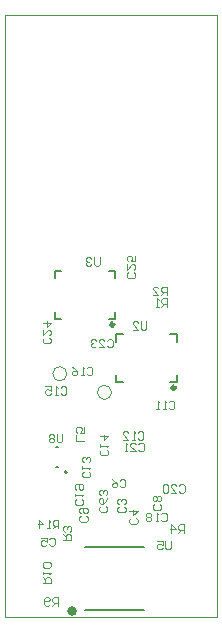
<source format=gbo>
%FSLAX44Y44*%
%MOMM*%
G71*
G01*
G75*
G04 Layer_Color=32896*
G04:AMPARAMS|DCode=10|XSize=0.6mm|YSize=0.5mm|CornerRadius=0.05mm|HoleSize=0mm|Usage=FLASHONLY|Rotation=270.000|XOffset=0mm|YOffset=0mm|HoleType=Round|Shape=RoundedRectangle|*
%AMROUNDEDRECTD10*
21,1,0.6000,0.4000,0,0,270.0*
21,1,0.5000,0.5000,0,0,270.0*
1,1,0.1000,-0.2000,-0.2500*
1,1,0.1000,-0.2000,0.2500*
1,1,0.1000,0.2000,0.2500*
1,1,0.1000,0.2000,-0.2500*
%
%ADD10ROUNDEDRECTD10*%
G04:AMPARAMS|DCode=11|XSize=0.4mm|YSize=0.37mm|CornerRadius=0.037mm|HoleSize=0mm|Usage=FLASHONLY|Rotation=90.000|XOffset=0mm|YOffset=0mm|HoleType=Round|Shape=RoundedRectangle|*
%AMROUNDEDRECTD11*
21,1,0.4000,0.2960,0,0,90.0*
21,1,0.3260,0.3700,0,0,90.0*
1,1,0.0740,0.1480,0.1630*
1,1,0.0740,0.1480,-0.1630*
1,1,0.0740,-0.1480,-0.1630*
1,1,0.0740,-0.1480,0.1630*
%
%ADD11ROUNDEDRECTD11*%
%ADD12R,0.5400X0.7400*%
%ADD13R,0.7400X0.5400*%
G04:AMPARAMS|DCode=14|XSize=0.8mm|YSize=0.8mm|CornerRadius=0.12mm|HoleSize=0mm|Usage=FLASHONLY|Rotation=0.000|XOffset=0mm|YOffset=0mm|HoleType=Round|Shape=RoundedRectangle|*
%AMROUNDEDRECTD14*
21,1,0.8000,0.5600,0,0,0.0*
21,1,0.5600,0.8000,0,0,0.0*
1,1,0.2400,0.2800,-0.2800*
1,1,0.2400,-0.2800,-0.2800*
1,1,0.2400,-0.2800,0.2800*
1,1,0.2400,0.2800,0.2800*
%
%ADD14ROUNDEDRECTD14*%
%ADD15C,0.3500*%
%ADD16O,1.4000X0.6000*%
G04:AMPARAMS|DCode=17|XSize=0.8mm|YSize=0.8mm|CornerRadius=0.12mm|HoleSize=0mm|Usage=FLASHONLY|Rotation=270.000|XOffset=0mm|YOffset=0mm|HoleType=Round|Shape=RoundedRectangle|*
%AMROUNDEDRECTD17*
21,1,0.8000,0.5600,0,0,270.0*
21,1,0.5600,0.8000,0,0,270.0*
1,1,0.2400,-0.2800,-0.2800*
1,1,0.2400,-0.2800,0.2800*
1,1,0.2400,0.2800,0.2800*
1,1,0.2400,0.2800,-0.2800*
%
%ADD17ROUNDEDRECTD17*%
G04:AMPARAMS|DCode=18|XSize=0.6mm|YSize=0.5mm|CornerRadius=0.05mm|HoleSize=0mm|Usage=FLASHONLY|Rotation=180.000|XOffset=0mm|YOffset=0mm|HoleType=Round|Shape=RoundedRectangle|*
%AMROUNDEDRECTD18*
21,1,0.6000,0.4000,0,0,180.0*
21,1,0.5000,0.5000,0,0,180.0*
1,1,0.1000,-0.2500,0.2000*
1,1,0.1000,0.2500,0.2000*
1,1,0.1000,0.2500,-0.2000*
1,1,0.1000,-0.2500,-0.2000*
%
%ADD18ROUNDEDRECTD18*%
%ADD19O,0.8000X1.4700*%
G04:AMPARAMS|DCode=20|XSize=0.95mm|YSize=0.85mm|CornerRadius=0.2125mm|HoleSize=0mm|Usage=FLASHONLY|Rotation=180.000|XOffset=0mm|YOffset=0mm|HoleType=Round|Shape=RoundedRectangle|*
%AMROUNDEDRECTD20*
21,1,0.9500,0.4250,0,0,180.0*
21,1,0.5250,0.8500,0,0,180.0*
1,1,0.4250,-0.2625,0.2125*
1,1,0.4250,0.2625,0.2125*
1,1,0.4250,0.2625,-0.2125*
1,1,0.4250,-0.2625,-0.2125*
%
%ADD20ROUNDEDRECTD20*%
G04:AMPARAMS|DCode=21|XSize=1mm|YSize=0.6mm|CornerRadius=0.15mm|HoleSize=0mm|Usage=FLASHONLY|Rotation=180.000|XOffset=0mm|YOffset=0mm|HoleType=Round|Shape=RoundedRectangle|*
%AMROUNDEDRECTD21*
21,1,1.0000,0.3000,0,0,180.0*
21,1,0.7000,0.6000,0,0,180.0*
1,1,0.3000,-0.3500,0.1500*
1,1,0.3000,0.3500,0.1500*
1,1,0.3000,0.3500,-0.1500*
1,1,0.3000,-0.3500,-0.1500*
%
%ADD21ROUNDEDRECTD21*%
G04:AMPARAMS|DCode=22|XSize=1.45mm|YSize=1.4mm|CornerRadius=0.35mm|HoleSize=0mm|Usage=FLASHONLY|Rotation=0.000|XOffset=0mm|YOffset=0mm|HoleType=Round|Shape=RoundedRectangle|*
%AMROUNDEDRECTD22*
21,1,1.4500,0.7000,0,0,0.0*
21,1,0.7500,1.4000,0,0,0.0*
1,1,0.7000,0.3750,-0.3500*
1,1,0.7000,-0.3750,-0.3500*
1,1,0.7000,-0.3750,0.3500*
1,1,0.7000,0.3750,0.3500*
%
%ADD22ROUNDEDRECTD22*%
G04:AMPARAMS|DCode=23|XSize=0.6mm|YSize=1.25mm|CornerRadius=0.15mm|HoleSize=0mm|Usage=FLASHONLY|Rotation=0.000|XOffset=0mm|YOffset=0mm|HoleType=Round|Shape=RoundedRectangle|*
%AMROUNDEDRECTD23*
21,1,0.6000,0.9500,0,0,0.0*
21,1,0.3000,1.2500,0,0,0.0*
1,1,0.3000,0.1500,-0.4750*
1,1,0.3000,-0.1500,-0.4750*
1,1,0.3000,-0.1500,0.4750*
1,1,0.3000,0.1500,0.4750*
%
%ADD23ROUNDEDRECTD23*%
G04:AMPARAMS|DCode=24|XSize=3.79mm|YSize=1.2mm|CornerRadius=0.3mm|HoleSize=0mm|Usage=FLASHONLY|Rotation=270.000|XOffset=0mm|YOffset=0mm|HoleType=Round|Shape=RoundedRectangle|*
%AMROUNDEDRECTD24*
21,1,3.7900,0.6000,0,0,270.0*
21,1,3.1900,1.2000,0,0,270.0*
1,1,0.6000,-0.3000,-1.5950*
1,1,0.6000,-0.3000,1.5950*
1,1,0.6000,0.3000,1.5950*
1,1,0.6000,0.3000,-1.5950*
%
%ADD24ROUNDEDRECTD24*%
G04:AMPARAMS|DCode=25|XSize=0.76mm|YSize=0.27mm|CornerRadius=0.027mm|HoleSize=0mm|Usage=FLASHONLY|Rotation=180.000|XOffset=0mm|YOffset=0mm|HoleType=Round|Shape=RoundedRectangle|*
%AMROUNDEDRECTD25*
21,1,0.7600,0.2160,0,0,180.0*
21,1,0.7060,0.2700,0,0,180.0*
1,1,0.0540,-0.3530,0.1080*
1,1,0.0540,0.3530,0.1080*
1,1,0.0540,0.3530,-0.1080*
1,1,0.0540,-0.3530,-0.1080*
%
%ADD25ROUNDEDRECTD25*%
G04:AMPARAMS|DCode=26|XSize=0.76mm|YSize=0.27mm|CornerRadius=0.027mm|HoleSize=0mm|Usage=FLASHONLY|Rotation=90.000|XOffset=0mm|YOffset=0mm|HoleType=Round|Shape=RoundedRectangle|*
%AMROUNDEDRECTD26*
21,1,0.7600,0.2160,0,0,90.0*
21,1,0.7060,0.2700,0,0,90.0*
1,1,0.0540,0.1080,0.3530*
1,1,0.0540,0.1080,-0.3530*
1,1,0.0540,-0.1080,-0.3530*
1,1,0.0540,-0.1080,0.3530*
%
%ADD26ROUNDEDRECTD26*%
G04:AMPARAMS|DCode=27|XSize=0.4mm|YSize=0.37mm|CornerRadius=0.037mm|HoleSize=0mm|Usage=FLASHONLY|Rotation=0.000|XOffset=0mm|YOffset=0mm|HoleType=Round|Shape=RoundedRectangle|*
%AMROUNDEDRECTD27*
21,1,0.4000,0.2960,0,0,0.0*
21,1,0.3260,0.3700,0,0,0.0*
1,1,0.0740,0.1630,-0.1480*
1,1,0.0740,-0.1630,-0.1480*
1,1,0.0740,-0.1630,0.1480*
1,1,0.0740,0.1630,0.1480*
%
%ADD27ROUNDEDRECTD27*%
%ADD28C,0.0750*%
%ADD29C,0.0751*%
%ADD30C,0.1000*%
%ADD31C,0.3000*%
%ADD32C,0.1500*%
%ADD33C,0.0100*%
%ADD34C,1.5000*%
%ADD35R,1.5000X1.5000*%
%ADD36R,1.5000X1.5000*%
%ADD37C,0.8000*%
G04:AMPARAMS|DCode=38|XSize=0.3mm|YSize=0.6mm|CornerRadius=0.0495mm|HoleSize=0mm|Usage=FLASHONLY|Rotation=270.000|XOffset=0mm|YOffset=0mm|HoleType=Round|Shape=RoundedRectangle|*
%AMROUNDEDRECTD38*
21,1,0.3000,0.5010,0,0,270.0*
21,1,0.2010,0.6000,0,0,270.0*
1,1,0.0990,-0.2505,-0.1005*
1,1,0.0990,-0.2505,0.1005*
1,1,0.0990,0.2505,0.1005*
1,1,0.0990,0.2505,-0.1005*
%
%ADD38ROUNDEDRECTD38*%
G04:AMPARAMS|DCode=39|XSize=0.3mm|YSize=0.6mm|CornerRadius=0.0495mm|HoleSize=0mm|Usage=FLASHONLY|Rotation=0.000|XOffset=0mm|YOffset=0mm|HoleType=Round|Shape=RoundedRectangle|*
%AMROUNDEDRECTD39*
21,1,0.3000,0.5010,0,0,0.0*
21,1,0.2010,0.6000,0,0,0.0*
1,1,0.0990,0.1005,-0.2505*
1,1,0.0990,-0.1005,-0.2505*
1,1,0.0990,-0.1005,0.2505*
1,1,0.0990,0.1005,0.2505*
%
%ADD39ROUNDEDRECTD39*%
%ADD40R,0.9000X2.2500*%
G04:AMPARAMS|DCode=41|XSize=1.38mm|YSize=1.05mm|CornerRadius=0.105mm|HoleSize=0mm|Usage=FLASHONLY|Rotation=0.000|XOffset=0mm|YOffset=0mm|HoleType=Round|Shape=RoundedRectangle|*
%AMROUNDEDRECTD41*
21,1,1.3800,0.8400,0,0,0.0*
21,1,1.1700,1.0500,0,0,0.0*
1,1,0.2100,0.5850,-0.4200*
1,1,0.2100,-0.5850,-0.4200*
1,1,0.2100,-0.5850,0.4200*
1,1,0.2100,0.5850,0.4200*
%
%ADD41ROUNDEDRECTD41*%
G04:AMPARAMS|DCode=42|XSize=1.38mm|YSize=1.05mm|CornerRadius=0.105mm|HoleSize=0mm|Usage=FLASHONLY|Rotation=270.000|XOffset=0mm|YOffset=0mm|HoleType=Round|Shape=RoundedRectangle|*
%AMROUNDEDRECTD42*
21,1,1.3800,0.8400,0,0,270.0*
21,1,1.1700,1.0500,0,0,270.0*
1,1,0.2100,-0.4200,-0.5850*
1,1,0.2100,-0.4200,0.5850*
1,1,0.2100,0.4200,0.5850*
1,1,0.2100,0.4200,-0.5850*
%
%ADD42ROUNDEDRECTD42*%
G04:AMPARAMS|DCode=43|XSize=0.9mm|YSize=0.8mm|CornerRadius=0.08mm|HoleSize=0mm|Usage=FLASHONLY|Rotation=180.000|XOffset=0mm|YOffset=0mm|HoleType=Round|Shape=RoundedRectangle|*
%AMROUNDEDRECTD43*
21,1,0.9000,0.6400,0,0,180.0*
21,1,0.7400,0.8000,0,0,180.0*
1,1,0.1600,-0.3700,0.3200*
1,1,0.1600,0.3700,0.3200*
1,1,0.1600,0.3700,-0.3200*
1,1,0.1600,-0.3700,-0.3200*
%
%ADD43ROUNDEDRECTD43*%
%ADD44O,1.6000X0.6000*%
%ADD45C,0.2000*%
%ADD46C,0.2540*%
%ADD47C,0.2500*%
%ADD48C,0.6000*%
%ADD49C,0.5000*%
%ADD50C,0.1200*%
%ADD51C,0.1500*%
%ADD52C,0.4000*%
D30*
X52100Y205800D02*
G03*
X52100Y205800I-6000J0D01*
G01*
X89900Y190100D02*
G03*
X89900Y190100I-6000J0D01*
G01*
X108780Y291617D02*
X109946Y290451D01*
Y288118D01*
X108780Y286952D01*
X104115D01*
X102949Y288118D01*
Y290451D01*
X104115Y291617D01*
X102949Y298615D02*
Y293950D01*
X107614Y298615D01*
X108780D01*
X109946Y297449D01*
Y295116D01*
X108780Y293950D01*
X109946Y305613D02*
Y300948D01*
X106447D01*
X107614Y303280D01*
Y304447D01*
X106447Y305613D01*
X104115D01*
X102949Y304447D01*
Y302114D01*
X104115Y300948D01*
X79840Y304268D02*
Y298437D01*
X78674Y297271D01*
X76341D01*
X75175Y298437D01*
Y304268D01*
X72842Y303102D02*
X71676Y304268D01*
X69343D01*
X68177Y303102D01*
Y301936D01*
X69343Y300770D01*
X70510D01*
X69343D01*
X68177Y299603D01*
Y298437D01*
X69343Y297271D01*
X71676D01*
X72842Y298437D01*
X136632Y272649D02*
Y279646D01*
X133133D01*
X131967Y278480D01*
Y276147D01*
X133133Y274981D01*
X136632D01*
X134299D02*
X131967Y272649D01*
X124969D02*
X129634D01*
X124969Y277314D01*
Y278480D01*
X126135Y279646D01*
X128468D01*
X129634Y278480D01*
X136764Y262707D02*
Y269704D01*
X133265D01*
X132099Y268538D01*
Y266206D01*
X133265Y265039D01*
X136764D01*
X134431D02*
X132099Y262707D01*
X129766D02*
X127434D01*
X128600D01*
Y269704D01*
X129766Y268538D01*
X48308Y154709D02*
Y148878D01*
X47142Y147711D01*
X44809D01*
X43643Y148878D01*
Y154709D01*
X41310Y153543D02*
X40144Y154709D01*
X37811D01*
X36645Y153543D01*
Y152377D01*
X37811Y151210D01*
X36645Y150044D01*
Y148878D01*
X37811Y147711D01*
X40144D01*
X41310Y148878D01*
Y150044D01*
X40144Y151210D01*
X41310Y152377D01*
Y153543D01*
X40144Y151210D02*
X37811D01*
X119488Y250105D02*
Y244273D01*
X118322Y243107D01*
X115989D01*
X114823Y244273D01*
Y250105D01*
X107825Y243107D02*
X112490D01*
X107825Y247772D01*
Y248938D01*
X108991Y250105D01*
X111324D01*
X112490Y248938D01*
X44820Y74822D02*
Y81820D01*
X41321D01*
X40155Y80654D01*
Y78321D01*
X41321Y77155D01*
X44820D01*
X42487D02*
X40155Y74822D01*
X37822D02*
X35490D01*
X36656D01*
Y81820D01*
X37822Y80654D01*
X28492Y74822D02*
Y81820D01*
X31991Y78321D01*
X27326D01*
X31470Y28972D02*
X38468D01*
Y32471D01*
X37302Y33637D01*
X34969D01*
X33803Y32471D01*
Y28972D01*
Y31305D02*
X31470Y33637D01*
Y35970D02*
Y38302D01*
Y37136D01*
X38468D01*
X37302Y35970D01*
Y41801D02*
X38468Y42968D01*
Y45300D01*
X37302Y46466D01*
X32637D01*
X31470Y45300D01*
Y42968D01*
X32637Y41801D01*
X37302D01*
X44530Y9593D02*
Y16590D01*
X41031D01*
X39865Y15424D01*
Y13092D01*
X41031Y11925D01*
X44530D01*
X42197D02*
X39865Y9593D01*
X37532Y10759D02*
X36366Y9593D01*
X34033D01*
X32867Y10759D01*
Y15424D01*
X34033Y16590D01*
X36366D01*
X37532Y15424D01*
Y14258D01*
X36366Y13092D01*
X32867D01*
X151098Y71299D02*
Y78297D01*
X147600D01*
X146433Y77131D01*
Y74798D01*
X147600Y73632D01*
X151098D01*
X148766D02*
X146433Y71299D01*
X140602D02*
Y78297D01*
X144101Y74798D01*
X139436D01*
X48940Y65194D02*
X55938D01*
Y68692D01*
X54772Y69859D01*
X52439D01*
X51273Y68692D01*
Y65194D01*
Y67526D02*
X48940Y69859D01*
X54772Y72191D02*
X55938Y73358D01*
Y75690D01*
X54772Y76856D01*
X53605D01*
X52439Y75690D01*
Y74524D01*
Y75690D01*
X51273Y76856D01*
X50107D01*
X48940Y75690D01*
Y73358D01*
X50107Y72191D01*
X66901Y149052D02*
X59903D01*
Y153717D01*
X66901Y160715D02*
Y156050D01*
X63402D01*
X64568Y158382D01*
Y159549D01*
X63402Y160715D01*
X61069D01*
X59903Y159549D01*
Y157216D01*
X61069Y156050D01*
X85296Y93633D02*
X86462Y92467D01*
Y90134D01*
X85296Y88968D01*
X80631D01*
X79465Y90134D01*
Y92467D01*
X80631Y93633D01*
X86462Y100631D02*
X85296Y98298D01*
X82963Y95966D01*
X80631D01*
X79465Y97132D01*
Y99465D01*
X80631Y100631D01*
X81797D01*
X82963Y99465D01*
Y95966D01*
X85296Y102964D02*
X86462Y104130D01*
Y106462D01*
X85296Y107629D01*
X84130D01*
X82963Y106462D01*
Y105296D01*
Y106462D01*
X81797Y107629D01*
X80631D01*
X79465Y106462D01*
Y104130D01*
X80631Y102964D01*
X37338Y236208D02*
X38505Y235042D01*
Y232709D01*
X37338Y231543D01*
X32673D01*
X31507Y232709D01*
Y235042D01*
X32673Y236208D01*
X31507Y243206D02*
Y238541D01*
X36172Y243206D01*
X37338D01*
X38505Y242040D01*
Y239707D01*
X37338Y238541D01*
X31507Y249037D02*
X38505D01*
X35006Y245539D01*
Y250204D01*
X86174Y233907D02*
X87340Y235074D01*
X89673D01*
X90839Y233907D01*
Y229242D01*
X89673Y228076D01*
X87340D01*
X86174Y229242D01*
X79176Y228076D02*
X83841D01*
X79176Y232741D01*
Y233907D01*
X80343Y235074D01*
X82675D01*
X83841Y233907D01*
X76844D02*
X75677Y235074D01*
X73345D01*
X72179Y233907D01*
Y232741D01*
X73345Y231575D01*
X74511D01*
X73345D01*
X72179Y230408D01*
Y229242D01*
X73345Y228076D01*
X75677D01*
X76844Y229242D01*
X112655Y146072D02*
X113821Y147239D01*
X116154D01*
X117320Y146072D01*
Y141407D01*
X116154Y140241D01*
X113821D01*
X112655Y141407D01*
X105657Y140241D02*
X110322D01*
X105657Y144906D01*
Y146072D01*
X106823Y147239D01*
X109156D01*
X110322Y146072D01*
X103324Y140241D02*
X100992D01*
X102158D01*
Y147239D01*
X103324Y146072D01*
X147055Y110994D02*
X148221Y112161D01*
X150554D01*
X151720Y110994D01*
Y106329D01*
X150554Y105163D01*
X148221D01*
X147055Y106329D01*
X140057Y105163D02*
X144722D01*
X140057Y109828D01*
Y110994D01*
X141223Y112161D01*
X143556D01*
X144722Y110994D01*
X137724D02*
X136558Y112161D01*
X134226D01*
X133059Y110994D01*
Y106329D01*
X134226Y105163D01*
X136558D01*
X137724Y106329D01*
Y110994D01*
X64769Y99603D02*
X65935Y98437D01*
Y96104D01*
X64769Y94938D01*
X60104D01*
X58938Y96104D01*
Y98437D01*
X60104Y99603D01*
X58938Y101936D02*
Y104268D01*
Y103102D01*
X65935D01*
X64769Y101936D01*
X60104Y107767D02*
X58938Y108933D01*
Y111266D01*
X60104Y112432D01*
X64769D01*
X65935Y111266D01*
Y108933D01*
X64769Y107767D01*
X63603D01*
X62436Y108933D01*
Y112432D01*
X131841Y86934D02*
X133007Y88100D01*
X135340D01*
X136506Y86934D01*
Y82269D01*
X135340Y81103D01*
X133007D01*
X131841Y82269D01*
X129508Y81103D02*
X127176D01*
X128342D01*
Y88100D01*
X129508Y86934D01*
X123677D02*
X122510Y88100D01*
X120178D01*
X119011Y86934D01*
Y85768D01*
X120178Y84601D01*
X119011Y83435D01*
Y82269D01*
X120178Y81103D01*
X122510D01*
X123677Y82269D01*
Y83435D01*
X122510Y84601D01*
X123677Y85768D01*
Y86934D01*
X122510Y84601D02*
X120178D01*
X68914Y210428D02*
X70080Y211595D01*
X72413D01*
X73579Y210428D01*
Y205763D01*
X72413Y204597D01*
X70080D01*
X68914Y205763D01*
X66581Y204597D02*
X64249D01*
X65415D01*
Y211595D01*
X66581Y210428D01*
X56085Y211595D02*
X58417Y210428D01*
X60750Y208096D01*
Y205763D01*
X59584Y204597D01*
X57251D01*
X56085Y205763D01*
Y206929D01*
X57251Y208096D01*
X60750D01*
X46769Y193968D02*
X47935Y195134D01*
X50268D01*
X51434Y193968D01*
Y189303D01*
X50268Y188137D01*
X47935D01*
X46769Y189303D01*
X44436Y188137D02*
X42104D01*
X43270D01*
Y195134D01*
X44436Y193968D01*
X33939Y195134D02*
X38605D01*
Y191635D01*
X36272Y192802D01*
X35106D01*
X33939Y191635D01*
Y189303D01*
X35106Y188137D01*
X37438D01*
X38605Y189303D01*
X85796Y141486D02*
X86962Y140320D01*
Y137987D01*
X85796Y136821D01*
X81131D01*
X79965Y137987D01*
Y140320D01*
X81131Y141486D01*
X79965Y143819D02*
Y146151D01*
Y144985D01*
X86962D01*
X85796Y143819D01*
X79965Y153149D02*
X86962D01*
X83463Y149650D01*
Y154316D01*
X70886Y122755D02*
X72052Y121589D01*
Y119256D01*
X70886Y118090D01*
X66221D01*
X65055Y119256D01*
Y121589D01*
X66221Y122755D01*
X65055Y125088D02*
Y127420D01*
Y126254D01*
X72052D01*
X70886Y125088D01*
Y130919D02*
X72052Y132086D01*
Y134418D01*
X70886Y135584D01*
X69720D01*
X68554Y134418D01*
Y133252D01*
Y134418D01*
X67387Y135584D01*
X66221D01*
X65055Y134418D01*
Y132086D01*
X66221Y130919D01*
X112273Y155804D02*
X113439Y156970D01*
X115772D01*
X116938Y155804D01*
Y151139D01*
X115772Y149972D01*
X113439D01*
X112273Y151139D01*
X109940Y149972D02*
X107608D01*
X108774D01*
Y156970D01*
X109940Y155804D01*
X99444Y149972D02*
X104109D01*
X99444Y154638D01*
Y155804D01*
X100610Y156970D01*
X102942D01*
X104109Y155804D01*
X138349Y181728D02*
X139515Y182894D01*
X141848D01*
X143014Y181728D01*
Y177063D01*
X141848Y175897D01*
X139515D01*
X138349Y177063D01*
X136016Y175897D02*
X133684D01*
X134850D01*
Y182894D01*
X136016Y181728D01*
X130185Y175897D02*
X127852D01*
X129018D01*
Y182894D01*
X130185Y181728D01*
X68426Y85317D02*
X69592Y84151D01*
Y81819D01*
X68426Y80652D01*
X63761D01*
X62594Y81819D01*
Y84151D01*
X63761Y85317D01*
Y87650D02*
X62594Y88816D01*
Y91149D01*
X63761Y92315D01*
X68426D01*
X69592Y91149D01*
Y88816D01*
X68426Y87650D01*
X67260D01*
X66093Y88816D01*
Y92315D01*
X130593Y95445D02*
X131759Y94278D01*
Y91946D01*
X130593Y90779D01*
X125927D01*
X124761Y91946D01*
Y94278D01*
X125927Y95445D01*
X130593Y97777D02*
X131759Y98944D01*
Y101276D01*
X130593Y102442D01*
X129426D01*
X128260Y101276D01*
X127094Y102442D01*
X125927D01*
X124761Y101276D01*
Y98944D01*
X125927Y97777D01*
X127094D01*
X128260Y98944D01*
X129426Y97777D01*
X130593D01*
X128260Y98944D02*
Y101276D01*
X96961Y115434D02*
X98127Y116600D01*
X100460D01*
X101626Y115434D01*
Y110769D01*
X100460Y109603D01*
X98127D01*
X96961Y110769D01*
X89963Y116600D02*
X92296Y115434D01*
X94628Y113102D01*
Y110769D01*
X93462Y109603D01*
X91129D01*
X89963Y110769D01*
Y111935D01*
X91129Y113102D01*
X94628D01*
X37175Y66004D02*
X38341Y67170D01*
X40674D01*
X41840Y66004D01*
Y61339D01*
X40674Y60173D01*
X38341D01*
X37175Y61339D01*
X30177Y67170D02*
X34842D01*
Y63671D01*
X32510Y64838D01*
X31343D01*
X30177Y63671D01*
Y61339D01*
X31343Y60173D01*
X33676D01*
X34842Y61339D01*
X110756Y83601D02*
X111923Y82435D01*
Y80102D01*
X110756Y78936D01*
X106091D01*
X104925Y80102D01*
Y82435D01*
X106091Y83601D01*
X104925Y89433D02*
X111923D01*
X108424Y85934D01*
Y90599D01*
X100636Y93129D02*
X101803Y91963D01*
Y89630D01*
X100636Y88464D01*
X95971D01*
X94805Y89630D01*
Y91963D01*
X95971Y93129D01*
X100636Y95462D02*
X101803Y96628D01*
Y98961D01*
X100636Y100127D01*
X99470D01*
X98304Y98961D01*
Y97794D01*
Y98961D01*
X97137Y100127D01*
X95971D01*
X94805Y98961D01*
Y96628D01*
X95971Y95462D01*
X140058Y64342D02*
Y58510D01*
X138892Y57344D01*
X136560D01*
X135393Y58510D01*
Y64342D01*
X128396D02*
X133061D01*
Y60843D01*
X130728Y62009D01*
X129562D01*
X128396Y60843D01*
Y58510D01*
X129562Y57344D01*
X131895D01*
X133061Y58510D01*
D31*
X92000Y247500D02*
G03*
X92000Y247500I-1500J0D01*
G01*
X144000Y194000D02*
G03*
X144000Y194000I-1500J0D01*
G01*
D33*
X0Y0D02*
Y510000D01*
X179000D01*
X0Y0D02*
X179000Y-0D01*
Y510000D01*
D45*
X52100Y122400D02*
G03*
X52100Y122400I-1000J0D01*
G01*
X87500Y252000D02*
X93000D01*
Y258500D01*
Y286500D02*
Y293000D01*
X87500D02*
X93000D01*
X42000Y252000D02*
Y258500D01*
Y252000D02*
X47500D01*
X42000Y286500D02*
Y293000D01*
X47500D01*
X139500Y198500D02*
X145000D01*
Y205000D01*
Y233000D02*
Y239500D01*
X139500D02*
X145000D01*
X94000Y198500D02*
Y205000D01*
Y198500D02*
X99500D01*
X94000Y233000D02*
Y239500D01*
X99500D01*
X42600Y143650D02*
X44600D01*
X42600Y127150D02*
X44600D01*
X67500Y59500D02*
X117500D01*
X67500Y5500D02*
X117500D01*
D52*
X58500Y4950D02*
G03*
X58500Y4950I-2000J0D01*
G01*
M02*

</source>
